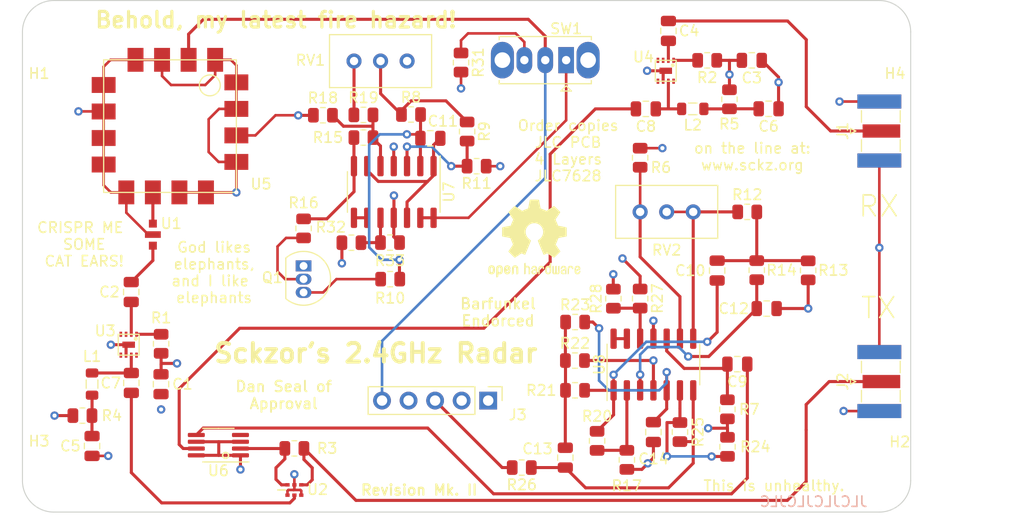
<source format=kicad_pcb>
(kicad_pcb (version 20211014) (generator pcbnew)
  (layers (0 "F.Cu" signal) (1 "In1.Cu" signal) (2 "In2.Cu" signal) (31 "B.Cu" signal) (34 "B.Paste" user) (35 "F.Paste" user) (36 "B.SilkS" user "B.Silkscreen") (37 "F.SilkS" user "F.Silkscreen") (38 "B.Mask" user) (39 "F.Mask" user) (44 "Edge.Cuts" user))
  (net 0 "")
  (net 1 "Earth")
  (net 2 "+5V")
  (net 3 "Net-(C2-Pad1)")
  (net 4 "Net-(C2-Pad2)")
  (net 5 "Net-(C4-Pad1)")
  (net 6 "Net-(C4-Pad2)")
  (net 7 "Net-(C5-Pad2)")
  (net 8 "Net-(C6-Pad2)")
  (net 9 "Net-(C7-Pad1)")
  (net 10 "Net-(C7-Pad2)")
  (net 11 "Net-(C8-Pad1)")
  (net 12 "Net-(C8-Pad2)")
  (net 13 "Net-(C9-Pad1)")
  (net 14 "Net-(C9-Pad2)")
  (net 15 "Net-(C10-Pad1)")
  (net 16 "Net-(C10-Pad2)")
  (net 17 "Net-(C11-Pad2)")
  (net 18 "Net-(C12-Pad1)")
  (net 19 "Net-(C13-Pad1)")
  (net 20 "Net-(C13-Pad2)")
  (net 21 "Net-(C14-Pad1)")
  (net 22 "Net-(AE1-Pad2)")
  (net 23 "Net-(J2-Pad1)")
  (net 24 "Net-(AE2-Pad2)")
  (net 25 "Net-(R1-Pad2)")
  (net 26 "Net-(R2-Pad2)")
  (net 27 "Net-(J3-Pad3)")
  (net 28 "Net-(R6-Pad2)")
  (net 29 "Net-(R12-Pad1)")
  (net 30 "Net-(J3-Pad5)")
  (net 31 "Net-(R17-Pad2)")
  (net 32 "Net-(R24-Pad2)")
  (net 33 "Net-(U1-Pad1)")
  (net 34 "Net-(R27-Pad2)")
  (net 43 "Net-(U8-Pad13)")
  (net 45 "Net-(R3-Pad1)")
  (net 47 "Net-(R31-Pad1)")
  (net 48 "Net-(C11-Pad1)")
  (net 49 "Net-(R10-Pad1)")
  (net 50 "Net-(R16-Pad1)")
  (net 51 "Net-(R8-Pad1)")
  (net 52 "Net-(R11-Pad2)")
  (net 53 "Net-(R15-Pad1)")
  (net 54 "Net-(R15-Pad2)")
  (net 55 "Net-(R32-Pad2)")
  (net 56 "Net-(U7-Pad8)")
  (net 57 "Net-(U7-Pad13)")
  (footprint "Capacitor_SMD:C_0805_2012Metric" (layer "F.Cu") (at 59.0325 33.1975)
    (fp_text reference "C11")
    (fp_text value "8 nF")
  )
  (footprint "Package_SO:MSOP-8_3x3mm_P0.65mm" (layer "F.Cu") (at 38.75 62.59 180)
    (fp_text reference "U6")
    (fp_text value "HMC213B")
  )
  (footprint "Package_SO:SOIC-14_3.9x8.7mm_P1.27mm" (layer "F.Cu") (at 80.38 54.8675 90)
    (fp_text reference "U8")
    (fp_text value "LMC6484")
  )
  (footprint "Resistor_SMD:R_0805_2012Metric" (layer "F.Cu") (at 55.1925 46.6875)
    (fp_text reference "R10")
    (fp_text value "51.1k")
  )
  (footprint "Symbol:OSHW-Logo2_9.8x8mm_SilkScreen" (layer "F.Cu") (at 68.99 42.79)
    (fp_text reference "REF**" hide)
    (fp_text value "OSHW-Logo2_9.8x8mm_SilkScreen" hide)
  )
  (footprint "MountingHole:MountingHole_2.7mm" (layer "F.Cu") (at 102 23)
    (fp_text reference "H4")
    (fp_text value "MountingHole")
  )
  (footprint "Resistor_SMD:R_0805_2012Metric" (layer "F.Cu") (at 61.97 25.94 -90)
    (fp_text reference "R31")
    (fp_text value "100k")
  )
  (footprint "Capacitor_SMD:C_0805_2012Metric" (layer "F.Cu") (at 81.8175 22.91 -90)
    (fp_text reference "C4")
    (fp_text value "100 nF")
  )
  (footprint "Resistor_SMD:R_0805_2012Metric" (layer "F.Cu") (at 63.4625 35.8675 180)
    (fp_text reference "R11")
    (fp_text value "51.1k")
  )
  (footprint "Resistor_SMD:R_0805_2012Metric" (layer "F.Cu") (at 67.78 64.7375 180)
    (fp_text reference "R26")
    (fp_text value "47k")
  )
  (footprint "Capacitor_SMD:C_0805_2012Metric" (layer "F.Cu") (at 30.41 47.92 -90)
    (fp_text reference "C2")
    (fp_text value "100 nF")
  )
  (footprint "Resistor_SMD:R_0805_2012Metric" (layer "F.Cu") (at 62.5525 32.5475 -90)
    (fp_text reference "R9")
    (fp_text value "51.1k")
  )
  (footprint "Resistor_SMD:R_0805_2012Metric" (layer "F.Cu") (at 79.11 35.0575 -90)
    (fp_text reference "R6")
    (fp_text value "220")
  )
  (footprint "Capacitor_SMD:C_0805_2012Metric" (layer "F.Cu") (at 88.41 54.8275 180)
    (fp_text reference "C9")
    (fp_text value "1 uF")
  )
  (footprint "MountingHole:MountingHole_2.7mm" (layer "F.Cu") (at 23 23)
    (fp_text reference "H1")
    (fp_text value "MountingHole")
  )
  (footprint "Potentiometer_THT:Potentiometer_Bourns_3296W_Vertical" (layer "F.Cu") (at 56.81 25.7975)
    (fp_text reference "RV1")
    (fp_text value "100k")
  )
  (footprint "Resistor_SMD:R_0805_2012Metric" (layer "F.Cu") (at 90.27 45.8275 -90)
    (fp_text reference "R14")
    (fp_text value "7.15k")
  )
  (footprint "Resistor_SMD:R_0805_2012Metric" (layer "F.Cu") (at 55.1725 43.1875)
    (fp_text reference "R33")
    (fp_text value "10k")
  )
  (footprint "RadarProject:PDW06398" (layer "F.Cu") (at 46.6825 67.38125 180)
    (fp_text reference "U2")
    (fp_text value "PD2328J5050S2HF")
  )
  (footprint "RadarProject:BGU8052" (layer "F.Cu") (at 82.5625 25.73 -90)
    (fp_text reference "U4")
    (fp_text value "BGU8052")
  )
  (footprint "Package_TO_SOT_THT:TO-92L_Inline" (layer "F.Cu") (at 46.9025 45.42 -90)
    (fp_text reference "Q1")
    (fp_text value "Q_NPN_BCE")
  )
  (footprint "Resistor_SMD:R_0805_2012Metric" (layer "F.Cu") (at 95.19 45.8475 -90)
    (fp_text reference "R13")
    (fp_text value "102k")
  )
  (footprint "Capacitor_SMD:C_0805_2012Metric" (layer "F.Cu") (at 80.38 61.3375 -90)
    (fp_text reference "C14")
    (fp_text value "1 nF")
  )
  (footprint "Connector_Coaxial:SMA_Samtec_SMA-J-P-X-ST-EM1_EdgeMount" (layer "F.Cu") (at 102 56.5 90)
    (fp_text reference "J2")
    (fp_text value "Conn_Coaxial")
  )
  (footprint "Connector_Coaxial:SMA_Samtec_SMA-J-P-X-ST-EM1_EdgeMount" (layer "F.Cu") (at 102 32.5 90)
    (fp_text reference "J1")
    (fp_text value "Conn_Coaxial")
  )
  (footprint "Resistor_SMD:R_0805_2012Metric" (layer "F.Cu") (at 85.5275 25.73 180)
    (fp_text reference "R2")
    (fp_text value "5.1 k")
  )
  (footprint "Resistor_SMD:R_0805_2012Metric" (layer "F.Cu") (at 89.36 40.2475)
    (fp_text reference "R12")
    (fp_text value "8.45k")
  )
  (footprint "Resistor_SMD:R_0805_2012Metric" (layer "F.Cu") (at 87.47 62.75 -90)
    (fp_text reference "R24")
    (fp_text value "1.62k")
  )
  (footprint "Resistor_SMD:R_0805_2012Metric" (layer "F.Cu") (at 25.74 59.76)
    (fp_text reference "R4")
    (fp_text value "10")
  )
  (footprint "Connector_PinHeader_2.54mm:PinHeader_1x05_P2.54mm_Vertical" (layer "F.Cu") (at 64.57 58.32 -90)
    (fp_text reference "J3")
    (fp_text value "Conn_01x05")
  )
  (footprint "Capacitor_SMD:C_0805_2012Metric" (layer "F.Cu") (at 91.4075 30.37 180)
    (fp_text reference "C6")
    (fp_text value "10 pF")
  )
  (footprint "Resistor_SMD:R_0805_2012Metric" (layer "F.Cu") (at 46.9025 41.8275 90)
    (fp_text reference "R16")
    (fp_text value "200k")
  )
  (footprint "Package_SO:SOIC-14_3.9x8.7mm_P1.27mm" (layer "F.Cu") (at 55.5325 38.3375 -90)
    (fp_text reference "U7")
    (fp_text value "LMC6484")
  )
  (footprint "Capacitor_SMD:C_0805_2012Metric" (layer "F.Cu") (at 91.22 49.5075)
    (fp_text reference "C12")
    (fp_text value "1 nF")
  )
  (footprint "Resistor_SMD:R_0805_2012Metric" (layer "F.Cu") (at 52.6325 33.1275 180)
    (fp_text reference "R15")
    (fp_text value "1k")
  )
  (footprint "Resistor_SMD:R_0805_2012Metric" (layer "F.Cu") (at 48.7525 30.9875)
    (fp_text reference "R18")
    (fp_text value "100k")
  )
  (footprint "Resistor_SMD:R_0805_2012Metric" (layer "F.Cu") (at 51.4825 43.1975)
    (fp_text reference "R32")
    (fp_text value "10k")
  )
  (footprint "Capacitor_SMD:C_0805_2012Metric" (layer "F.Cu") (at 30.42 56.63 -90)
    (fp_text reference "C7")
    (fp_text value "100 nF")
  )
  (footprint "Resistor_SMD:R_0805_2012Metric" (layer "F.Cu") (at 77.84 63.9975 90)
    (fp_text reference "R17")
    (fp_text value "12.1k")
  )
  (footprint "Resistor_SMD:R_0805_2012Metric" (layer "F.Cu") (at 74.99 62.1775 90)
    (fp_text reference "R20")
    (fp_text value "1k")
  )
  (footprint "Resistor_SMD:R_0805_2012Metric" (layer "F.Cu") (at 72.87 54.4875)
    (fp_text reference "R22")
    (fp_text value "102k")
  )
  (footprint "Resistor_SMD:R_0805_2012Metric" (layer "F.Cu") (at 87.46 59.1575 90)
    (fp_text reference "R7")
    (fp_text value "10k")
  )
  (footprint "Inductor_SMD:L_0805_2012Metric" (layer "F.Cu") (at 84.1475 30.38 180)
    (fp_text reference "L2")
    (fp_text value "15 nH")
  )
  (footprint "Capacitor_SMD:C_0805_2012Metric" (layer "F.Cu") (at 89.7975 25.73 180)
    (fp_text reference "C3")
    (fp_text value "5.6 nF")
  )
  (footprint "Resistor_SMD:R_0805_2012Metric" (layer "F.Cu") (at 33.27 52.88 90)
    (fp_text reference "R1")
    (fp_text value "5.1 k")
  )
  (footprint "MountingHole:MountingHole_2.7mm" (layer "F.Cu") (at 23 66)
    (fp_text reference "H3")
    (fp_text value "MountingHole")
  )
  (footprint "Inductor_SMD:L_0805_2012Metric" (layer "F.Cu") (at 26.66 56.74 90)
    (fp_text reference "L1")
    (fp_text value "15 nH")
  )
  (footprint "Potentiometer_THT:Potentiometer_Bourns_3296W_Vertical" (layer "F.Cu") (at 79.11 40.2475 180)
    (fp_text reference "RV2")
    (fp_text value "10k")
  )
  (footprint "Resistor_SMD:R_0805_2012Metric" (layer "F.Cu") (at 57.1825 30.9175)
    (fp_text reference "R8")
    (fp_text value "100k")
  )
  (footprint "Resistor_SMD:R_0805_2012Metric" (layer "F.Cu") (at 82.92 61.3375 -90)
    (fp_text reference "R25")
    (fp_text value "1k")
  )
  (footprint "Resistor_SMD:R_0805_2012Metric" (layer "F.Cu") (at 79.11 48.5475 -90)
    (fp_text reference "R27")
    (fp_text value "10k")
  )
  (footprint "Capacitor_SMD:C_0805_2012Metric" (layer "F.Cu") (at 86.48 45.8675 90)
    (fp_text reference "C10")
    (fp_text value "1 nF")
  )
  (footprint "RadarProject:BGU8052" (layer "F.Cu") (at 31.165 51.97 -90)
    (fp_text reference "U3")
    (fp_text value "BGU8052")
  )
  (footprint "RadarProject:CVCO55CC-2230-2430" (layer "F.Cu") (at 40.47 38.38 180)
    (fp_text reference "U5")
    (fp_text value "CVCO55CC-2230-2430")
  )
  (footprint "Resistor_SMD:R_0805_2012Metric" (layer "F.Cu") (at 52.63 30.9575)
    (fp_text reference "R19")
    (fp_text value "100k")
  )
  (footprint "Resistor_SMD:R_0805_2012Metric" (layer "F.Cu") (at 72.89 50.7975)
    (fp_text reference "R23")
    (fp_text value "7.15k")
  )
  (footprint "Capacitor_SMD:C_0805_2012Metric" (layer "F.Cu") (at 79.6575 30.38 180)
    (fp_text reference "C8")
    (fp_text value "100 nF")
  )
  (footprint "RadarProject:TFA20C03DBER" (layer "F.Cu") (at 32.48 41.37 -90)
    (fp_text reference "U1")
    (fp_text value "AT0603T03ECATD")
  )
  (footprint "Capacitor_SMD:C_0805_2012Metric" (layer "F.Cu") (at 26.66 62.67 90)
    (fp_text reference "C5")
    (fp_text value "10 pF")
  )
  (footprint "Button_Switch_THT:SW_Slide_1P2T_CK_OS102011MS2Q" (layer "F.Cu") (at 72.03 25.71 180)
    (fp_text reference "SW1")
    (fp_text value "SW_SPDT")
  )
  (footprint "Capacitor_SMD:C_0805_2012Metric" (layer "F.Cu") (at 71.95 63.7875 90)
    (fp_text reference "C13")
    (fp_text value "1 nF")
  )
  (footprint "Capacitor_SMD:C_0805_2012Metric" (layer "F.Cu") (at 33.26 56.75 90)
    (fp_text reference "C1")
    (fp_text value "5.6 nF")
  )
  (footprint "MountingHole:MountingHole_2.7mm" (layer "F.Cu") (at 102 66)
    (fp_text reference "H2")
    (fp_text value "MountingHole")
  )
  (footprint "Resistor_SMD:R_0805_2012Metric" (layer "F.Cu") (at 87.6575 29.46 -90)
    (fp_text reference "R5")
    (fp_text value "10")
  )
  (footprint "Resistor_SMD:R_0805_2012Metric" (layer "F.Cu") (at 46.0225 62.90125)
    (fp_text reference "R3")
    (fp_text value "100")
  )
  (footprint "Resistor_SMD:R_0805_2012Metric" (layer "F.Cu") (at 72.88 57.3375 180)
    (fp_text reference "R21")
    (fp_text value "8.45k")
  )
  (footprint "Resistor_SMD:R_0805_2012Metric" (layer "F.Cu") (at 76.55 48.5575 90)
    (fp_text reference "R28")
    (fp_text value "10k")
  )
  (gr_circle (center 39.44 63.57) (end 39.69 63.7) (layer "F.SilkS") (width 0.15) (fill none))
  (gr_circle (center 30.84 52.41) (end 30.87 52.43) (layer "F.SilkS") (width 0.15) (fill none))
  (gr_circle (center 82.23 26.21) (end 82.26 26.21) (layer "F.SilkS") (width 0.15) (fill none))
  (gr_line (start 45.16 66.88) (end 44.44 66.88) (layer "F.SilkS") (width 0.15))
  (gr_line (start 102 20) (end 23 20) (layer "Edge.Cuts") (width 0.1))
  (gr_arc (start 102 20) (mid 104.12132 20.87868) (end 105 23) (layer "Edge.Cuts") (width 0.1))
  (gr_arc (start 23 69) (mid 20.87868 68.12132) (end 20 66) (layer "Edge.Cuts") (width 0.1))
  (gr_line (start 105 23) (end 105 66) (layer "Edge.Cuts") (width 0.1))
  (gr_line (start 23 69) (end 102 69) (layer "Edge.Cuts") (width 0.1))
  (gr_arc (start 105 66) (mid 104.12132 68.12132) (end 102 69) (layer "Edge.Cuts") (width 0.1))
  (gr_line (start 20 23) (end 20 66) (layer "Edge.Cuts") (width 0.1))
  (gr_arc (start 20 23) (mid 20.87868 20.87868) (end 23 20) (layer "Edge.Cuts") (width 0.1))
  (gr_text "JLCJLCJLCJLC" (at 95.71 68) (layer "B.SilkS") (effects (font (size 1 1)) (justify mirror)))
  (gr_text "Revision Mk. II" (at 57.96 66.89) (layer "F.SilkS") (effects (font (size 1 1) (thickness 0.2))))
  (gr_text "CRISPR ME \nSOME\nCAT EARS!" (at 25.91 43.36) (layer "F.SilkS") (effects (font (size 1 1))))
  (gr_text "Sckzor's 2.4GHz Radar" (at 53.82 53.78) (layer "F.SilkS") (effects (font (size 1.778 1.778) (thickness 0.381))))
  (gr_text "This is unhealthy." (at 91.92 66.48) (layer "F.SilkS") (effects (font (size 1 1))))
  (gr_text "Behold, my latest fire hazard!" (at 44.26 21.86) (layer "F.SilkS") (effects (font (size 1.5 1.5) (thickness 0.3))))
  (gr_text "God likes\nelephants,\nand I like \nelephants\n" (at 38.34 46.05) (layer "F.SilkS") (effects (font (size 1 1))))
  (gr_text "on the line at:\nwww.sckz.org" (at 89.85 34.95) (layer "F.SilkS") (effects (font (size 1 1))))
  (gr_text "Barfunkel\nEndorced" (at 65.51 49.86) (layer "F.SilkS") (effects (font (size 1.016 1.016) (thickness 0.1778))))
  (gr_text "TX" (at 101.94 49.44) (layer "F.SilkS") (effects (font (size 2 2))))
  (gr_text "RX" (at 101.94 39.7) (layer "F.SilkS") (effects (font (size 2 2))))
  (gr_text "Dan Seal of\nApproval" (at 45 57.79) (layer "F.SilkS") (effects (font (size 1.016 1.016) (thickness 0.1778))))
  (gr_text "Order copies\nJLC PCB\n4 Layers\nJLC7628" (at 72.22 34.39) (layer "F.SilkS") (effects (font (size 1 1))))
  (segment (start 38.44 25.68) (end 39.94 25.68) (width 0.25) (layer "F.Cu") (net 1))
  (segment (start 76.54 47.635) (end 76.55 47.645) (width 0.25) (layer "F.Cu") (net 1))
  (segment (start 28.46 52.97) (end 30.165 52.97) (width 0.293) (layer "F.Cu") (net 1))
  (segment (start 29.94 40.3225) (end 29.94 38.38) (width 0.25) (layer "F.Cu") (net 1))
  (segment (start 27.76 30.62) (end 27.77 30.63) (width 0.25) (layer "F.Cu") (net 1))
  (segment (start 46.5975 66.88125) (end 45.9475 66.88125) (width 0.25) (layer "F.Cu") (net 1))
  (segment (start 92.3575 27.83) (end 92.3575 30.37) (width 0.293) (layer "F.Cu") (net 1))
  (segment (start 51.73 30.945) (end 51.73 25.7975) (width 0.293) (layer "F.Cu") (net 1))
  (segment (start 45.3625 66.96625) (end 45.4475 66.88125) (width 0.25) (layer "F.Cu") (net 1))
  (segment (start 46.02 65.38) (end 46.02 66.38875) (width 0.25) (layer "F.Cu") (net 1))
  (segment (start 25.36 30.62) (end 27.76 30.62) (width 0.25) (layer "F.Cu") (net 1))
  (segment (start 29.915 53.97) (end 29.915 53.22) (width 0.293) (layer "F.Cu") (net 1))
  (segment (start 33.36 25.68) (end 33.36 27.23) (width 0.25) (layer "F.Cu") (net 1))
  (segment (start 27.77 35.71) (end 27.77 33.17) (width 0.25) (layer "F.Cu") (net 1))
  (segment (start 46.6825 66.96625) (end 46.5975 66.88125) (width 0.25) (layer "F.Cu") (net 1))
  (segment (start 55.55 38.68) (end 55.55 40.795) (width 0.293) (layer "F.Cu") (net 1))
  (segment (start 46.02 66.38875) (end 46.0225 66.39125) (width 0.25) (layer "F.Cu") (net 1))
  (segment (start 40.47 27.84) (end 40.47 30.38) (width 0.25) (layer "F.Cu") (net 1))
  (segment (start 65.72 35.87) (end 64.3775 35.87) (width 0.25) (layer "F.Cu") (net 1))
  (segment (start 38.77 35.46) (end 37.82 34.51) (width 0.25) (layer "F.Cu") (net 1))
  (segment (start 56.07 43.2025) (end 56.085 43.1875) (width 0.25) (layer "F.Cu") (net 1))
  (segment (start 28.46 38.38) (end 27.77 37.69) (width 0.25) (layer "F.Cu") (net 1))
  (segment (start 45.4475 66.88125) (end 45.9475 66.88125) (width 0.25) (layer "F.Cu") (net 1))
  (segment (start 27.77 37.69) (end 27.77 35.71) (width 0.25) (layer "F.Cu") (net 1))
  (segment (start 76.54 46.22) (end 76.54 47.635) (width 0.293) (layer "F.Cu") (net 1))
  (segment (start 92.3575 27.83) (end 92.3575 27.34) (width 0.293) (layer "F.Cu") (net 1))
  (segment (start 27.77 28.09) (end 27.77 30.63) (width 0.25) (layer "F.Cu") (net 1))
  (segment (start 34.22 28.09) (end 37.5 28.09) (width 0.25) (layer "F.Cu") (net 1))
  (segment (start 46.6825 67.38125) (end 46.6825 66.96625) (width 0.25) (layer "F.Cu") (net 1))
  (segment (start 39.94 25.68) (end 40.47 26.21) (width 0.25) (layer "F.Cu") (net 1))
  (segment (start 80.38 50.67) (end 80.38 52.3925) (width 0.293) (layer "F.Cu") (net 1))
  (segment (start 36.6375 62.265) (end 38.785 62.265) (width 0.293) (layer "F.Cu") (net 1))
  (segment (start 38.785 62.265) (end 40.8625 62.265) (width 0.293) (layer "F.Cu") (net 1))
  (segment (start 51.7175 30.9575) (end 51.73 30.945) (width 0.25) (layer "F.Cu") (net 1))
  (segment (start 64.3775 35.87) (end 64.375 35.8675) (width 0.25) (layer "F.Cu") (net 1))
  (segment (start 81.3125 27.73) (end 81.3125 26.98) (width 0.293) (layer "F.Cu") (net 1))
  (segment (start 64.56 58.31) (end 64.57 58.32) (width 0.25) (layer "F.Cu") (net 1))
  (segment (start 38.44 27.15) (end 38.44 25.68) (width 0.25) (layer "F.Cu") (net 1))
  (segment (start 32.48 42.42) (end 32.0375 42.42) (width 0.25) (layer "F.Cu") (net 1))
  (segment (start 37.56 38.38) (end 35.02 38.38) (width 0.25) (layer "F.Cu") (net 1))
  (segment (start 46.0225 66.6125) (end 46.0225 66.39125) (width 0.25) (layer "F.Cu") (net 1))
  (segment (start 40.47 26.21) (end 40.47 27.84) (width 0.25) (layer "F.Cu") (net 1))
  (segment (start 55.5325 40.8125) (end 55.5325 42.635) (width 0.293) (layer "F.Cu") (net 1))
  (segment (start 36.6375 63.565) (end 38.785 63.565) (width 0.293) (layer "F.Cu") (net 1))
  (segment (start 27.77 26.34) (end 28.43 25.68) (width 0.25) (layer "F.Cu") (net 1))
  (segment (start 79.7775 26.73) (end 79.8125 26.73) (width 0.25) (layer "F.Cu") (net 1))
  (segment (start 61.97 26.8525) (end 61.97 28.42) (width 0.25) (layer "F.Cu") (net 1))
  (segment (start 38.785 63.565) (end 40.8625 63.565) (width 0.293) (layer "F.Cu") (net 1))
  (segment (start 28.21 63.62) (end 26.66 63.62) (width 0.25) (layer "F.Cu") (net 1))
  (segment (start 55.55 40.795) (end 55.5325 40.8125) (width 0.25) (layer "F.Cu") (net 1))
  (segment (start 81.3125 26.98) (end 81.5625 26.73) (width 0.25) (layer "F.Cu") (net 1))
  (segment (start 55.5325 42.635) (end 56.085 43.1875) (width 0.293) (layer "F.Cu") (net 1))
  (segment (start 40.47 38.38) (end 40.47 35.46) (width 0.25) (layer "F.Cu") (net 1))
  (segment (start 37.5 28.09) (end 38.44 27.15) (width 0.25) (layer "F.Cu") (net 1))
  (segment (start 28.43 25.68) (end 30.82 25.68) (width 0.25) (layer "F.Cu") (net 1))
  (segment (start 38.785 62.265) (end 38.785 63.565) (width 0.293) (layer "F.Cu") (net 1))
  (segment (start 37.82 34.51) (end 37.82 31.37) (width 0.25) (layer "F.Cu") (net 1))
  (segment (start 45.3625 67.38125) (end 45.3625 66.96625) (width 0.25) (layer "F.Cu") (net 1))
  (segment (start 32.0375 42.42) (end 29.94 40.3225) (width 0.25) (layer "F.Cu") (net 1))
  (segment (start 33.36 27.23) (end 34.22 28.09) (width 0.25) (layer "F.Cu") (net 1))
  (segment (start 64.375 35.8675) (end 64.37 35.8725) (width 0.25) (layer "F.Cu") (net 1))
  (segment (start 29.915 53.22) (end 30.165 52.97) (width 0.25) (layer "F.Cu") (net 1))
  (segment (start 27.77 33.17) (end 27.77 30.63) (width 0.25) (layer "F.Cu") (net 1))
  (segment (start 40.8625 63.565) (end 40.8625 64.9175) (width 0.293) (layer "F.Cu") (net 1))
  (segment (start 40.47 35.46) (end 38.77 35.46) (width 0.25) (layer "F.Cu") (net 1))
  (segment (start 45.9475 66.88125) (end 46.0225 66.80625) (width 0.25) (layer "F.Cu") (net 1))
  (segment (start 92.3575 27.34) (end 90.7475 25.73) (width 0.293) (layer "F.Cu") (net 1))
  (segment (start 38.81 30.38) (end 40.47 30.38) (width 0.25) (layer "F.Cu") (net 1))
  (segment (start 46.0225 66.80625) (end 46.0225 66.39125) (width 0.25) (layer "F.Cu") (net 1))
  (segment (start 29.94 38.38) (end 28.46 38.38) (width 0.25) (layer "F.Cu") (net 1))
  (segment (start 79.7775 26.73) (end 81.5625 26.73) (width 0.293) (layer "F.Cu") (net 1))
  (segment (start 40.8625 64.9175) (end 40.86 64.92) (width 0.25) (layer "F.Cu") (net 1))
  (segment (start 30.82 25.68) (end 33.36 25.68) (width 0.25) (layer "F.Cu") (net 1))
  (segment (start 40.47 38.38) (end 37.56 38.38) (width 0.25) (layer "F.Cu") (net 1))
  (segment (start 37.82 31.37) (end 38.81 30.38) (width 0.25) (layer "F.Cu") (net 1))
  (segment (start 27.77 28.09) (end 27.77 26.34) (width 0.25) (layer "F.Cu") (net 1))
  (via (at 61.97 28.42) (size 0.8) (drill 0.4) (layers "F.Cu" "B.Cu") (net 1))
  (via (at 28.46 52.97) (size 0.8) (drill 0.4) (layers "F.Cu" "B.Cu") (net 1))
  (via (at 33.27 59.17) (size 0.8) (drill 0.4) (layers "F.Cu" "B.Cu") (net 1))
  (via (at 92.3575 27.83) (size 0.8) (drill 0.4) (layers "F.Cu" "B.Cu") (net 1))
  (via (at 76.54 46.22) (size 0.8) (drill 0.4) (layers "F.Cu" "B.Cu") (net 1))
  (via (at 40.86 64.92) (size 0.8) (drill 0.4) (layers "F.Cu" "B.Cu") (net 1))
  (via (at 98.19 29.68) (size 0.8) (drill 0.4) (layers "F.Cu" "B.Cu") (net 1))
  (via (at 102 43.68) (size 0.8) (drill 0.4) (layers "F.Cu" "B.Cu") (net 1))
  (via (at 40.47 38.38) (size 0.8) (drill 0.4) (layers "F.Cu" "B.Cu") (net 1))
  (via (at 46.02 65.38) (size 0.8) (drill 0.4) (layers "F.Cu" "B.Cu") (net 1))
  (via (at 65.72 35.87) (size 0.8) (drill 0.4) (layers "F.Cu" "B.Cu") (net 1))
  (via (at 25.36 30.62) (size 0.8) (drill 0.4) (layers "F.Cu" "B.Cu") (net 1))
  (via (at 80.38 50.67) (size 0.8) (drill 0.4) (layers "F.Cu" "B.Cu") (net 1))
  (via (at 55.55 38.68) (size 0.8) (drill 0.4) (layers "F.Cu" "B.Cu") (net 1))
  (via (at 28.21 63.62) (size 0.8) (drill 0.4) (layers "F.Cu" "B.Cu") (net 1))
  (via (at 98.58 59.32) (size 0.8) (drill 0.4) (layers "F.Cu" "B.Cu") (net 1))
  (via (at 79.7775 26.73) (size 0.8) (drill 0.4) (layers "F.Cu" "B.Cu") (net 1))
  (segment (start 92.1775 49.5) (end 92.17 49.5075) (width 0.25) (layer "F.Cu") (net 2))
  (segment (start 87.6575 27.09) (end 87.6575 25.74) (width 0.293) (layer "F.Cu") (net 2))
  (segment (start 86.44 25.73) (end 87.6475 25.73) (width 0.293) (layer "F.Cu") (net 2))
  (segment (start 87.6575 27.09) (end 87.6575 28.5675) (width 0.293) (layer "F.Cu") (net 2))
  (segment (start 73.79 54.48) (end 73.7825 54.4875) (width 0.25) (layer "F.Cu") (net 2))
  (segment (start 55.53 35.86) (end 55.5325 35.8625) (width 0.25) (layer "F.Cu") (net 2))
  (segment (start 46.38 30.99) (end 46.39 31) (width 0.25) (layer "F.Cu") (net 2))
  (segment (start 80.38 63.8075) (end 79.2775 64.91) (width 0.293) (layer "F.Cu") (net 2))
  (segment (start 40.47 32.92) (end 42.29 32.92) (width 0.25) (layer "F.Cu") (net 2))
  (segment (start 33.27 53.7925) (end 33.27 54.85) (width 0.293) (layer "F.Cu") (net 2))
  (segment (start 81.24 34.14) (end 79.115 34.14) (width 0.25) (layer "F.Cu") (net 2))
  (segment (start 87.47 60.97) (end 87.47 61.8375) (width 0.293) (layer "F.Cu") (net 2))
  (segment (start 87.46 60.96) (end 87.47 60.97) (width 0.25) (layer "F.Cu") (net 2))
  (segment (start 80.38 54.48) (end 73.79 54.48) (width 0.293) (layer "F.Cu") (net 2))
  (segment (start 33.36 54.76) (end 33.27 54.85) (width 0.25) (layer "F.Cu") (net 2))
  (segment (start 80.38 57.3425) (end 80.38 54.48) (width 0.293) (layer "F.Cu") (net 2))
  (segment (start 77.42 44.71) (end 79.11 46.4) (width 0.293) (layer "F.Cu") (net 2))
  (segment (start 79.11 46.4) (end 79.11 47.635) (width 0.293) (layer "F.Cu") (net 2))
  (segment (start 87.6575 25.74) (end 87.6475 25.73) (width 0.25) (layer "F.Cu") (net 2))
  (segment (start 85.62 60.97) (end 87.47 60.97) (width 0.293) (layer "F.Cu") (net 2))
  (segment (start 79.2775 64.91) (end 77.84 64.91) (width 0.293) (layer "F.Cu") (net 2))
  (segment (start 34.79 54.76) (end 33.36 54.76) (width 0.293) (layer "F.Cu") (net 2))
  (segment (start 95.19 49.5) (end 95.19 46.76) (width 0.293) (layer "F.Cu") (net 2))
  (segment (start 46.39 31) (end 47.8275 31) (width 0.293) (layer "F.Cu") (net 2))
  (segment (start 80.38 62.2875) (end 80.38 63.8075) (width 0.293) (layer "F.Cu") (net 2))
  (segment (start 33.27 55.79) (end 33.26 55.8) (width 0.25) (layer "F.Cu") (net 2))
  (segment (start 44.22 30.99) (end 46.38 30.99) (width 0.25) (layer "F.Cu") (net 2))
  (segment (start 87.6475 25.73) (end 88.8475 25.73) (width 0.293) (layer "F.Cu") (net 2))
  (segment (start 95.19 49.5) (end 92.1775 49.5) (width 0.293) (layer "F.Cu") (net 2))
  (segment (start 23.07 59.76) (end 24.8275 59.76) (width 0.293) (layer "F.Cu") (net 2))
  (segment (start 33.27 54.85) (end 33.27 55.79) (width 0.293) (layer "F.Cu") (net 2))
  (segment (start 87.46 60.07) (end 87.46 60.96) (width 0.293) (layer "F.Cu") (net 2))
  (segment (start 79.115 34.14) (end 79.11 34.145) (width 0.25) (layer "F.Cu") (net 2))
  (segment (start 42.29 32.92) (end 44.22 30.99) (width 0.25) (layer "F.Cu") (net 2))
  (segment (start 50.57 45.17) (end 50.57 43.1975) (width 0.293) (layer "F.Cu") (net 2))
  (segment (start 55.53 34) (end 55.53 35.86) (width 0.293) (layer "F.Cu") (net 2))
  (segment (start 47.8275 31) (end 47.84 30.9875) (width 0.25) (layer "F.Cu") (net 2))
  (via (at 77.42 44.71) (size 0.8) (drill 0.4) (layers "F.Cu" "B.Cu") (net 2))
  (via (at 80.38 54.48) (size 0.8) (drill 0.4) (layers "F.Cu" "B.Cu") (net 2))
  (via (at 55.53 34) (size 0.8) (drill 0.4) (layers "F.Cu" "B.Cu") (net 2))
  (via (at 50.57 45.17) (size 0.8) (drill 0.4) (layers "F.Cu" "B.Cu") (net 2))
  (via (at 85.62 60.97) (size 0.8) (drill 0.4) (layers "F.Cu" "B.Cu") (net 2))
  (via (at 81.24 34.14) (size 0.8) (drill 0.4) (layers "F.Cu" "B.Cu") (net 2))
  (via (at 95.19 49.5) (size 0.8) (drill 0.4) (layers "F.Cu" "B.Cu") (net 2))
  (via (at 46.39 31) (size 0.8) (drill 0.4) (layers "F.Cu" "B.Cu") (net 2))
  (via (at 87.6575 27.09) (size 0.8) (drill 0.4) (layers "F.Cu" "B.Cu") (net 2))
  (via (at 34.79 54.76) (size 0.8) (drill 0.4) (layers "F.Cu" "B.Cu") (net 2))
  (via (at 23.07 59.76) (size 0.8) (drill 0.4) (layers "F.Cu" "B.Cu") (net 2))
  (via (at 79.84 64.33) (size 0.8) (drill 0.4) (layers "F.Cu" "B.Cu") (net 2))
  (segment (start 32.48 44.9) (end 30.41 46.97) (width 0.293) (layer "F.Cu") (net 3))
  (segment (start 32.48 43.48) (end 32.48 44.9) (width 0.293) (layer "F.Cu") (net 3))
  (segment (start 30.415 51.97) (end 30.415 48.875) (width 0.293) (layer "F.Cu") (net 4))
  (segment (start 30.415 48.875) (end 30.41 48.87) (width 0.25) (layer "F.Cu") (net 4))
  (segment (start 81.8175 21.96) (end 93.22 21.96) (width 0.293) (layer "F.Cu") (net 5))
  (segment (start 95.01 30.17) (end 97.34 32.5) (width 0.293) (layer "F.Cu") (net 5))
  (segment (start 97.34 32.5) (end 102 32.5) (width 0.293) (layer "F.Cu") (net 5))
  (segment (start 95.01 23.75) (end 95.01 30.17) (width 0.293) (layer "F.Cu") (net 5))
  (segment (start 93.22 21.96) (end 95.01 23.75) (width 0.293) (layer "F.Cu") (net 5))
  (segment (start 81.8125 23.865) (end 81.8175 23.86) (width 0.25) (layer "F.Cu") (net 6))
  (segment (start 81.8125 25.73) (end 81.8125 23.865) (width 0.293) (layer "F.Cu") (net 6))
  (segment (start 26.66 57.8025) (end 26.66 59.7525) (width 0.293) (layer "F.Cu") (net 7))
  (segment (start 26.6525 61.7125) (end 26.66 61.72) (width 0.25) (layer "F.Cu") (net 7))
  (segment (start 26.6525 59.76) (end 26.6525 61.7125) (width 0.293) (layer "F.Cu") (net 7))
  (segment (start 26.66 59.7525) (end 26.6525 59.76) (width 0.25) (layer "F.Cu") (net 7))
  (segment (start 87.66 30.37) (end 87.6575 30.3725) (width 0.25) (layer "F.Cu") (net 8))
  (segment (start 85.21 30.38) (end 87.65 30.38) (width 0.293) (layer "F.Cu") (net 8))
  (segment (start 87.65 30.38) (end 87.6575 30.3725) (width 0.25) (layer "F.Cu") (net 8))
  (segment (start 90.4575 30.37) (end 87.66 30.37) (width 0.293) (layer "F.Cu") (net 8))
  (segment (start 30.415 55.675) (end 30.42 55.68) (width 0.25) (layer "F.Cu") (net 9))
  (segment (start 30.415 53.97) (end 30.415 55.675) (width 0.293) (layer "F.Cu") (net 9))
  (segment (start 30.4175 55.6775) (end 30.42 55.68) (width 0.25) (layer "F.Cu") (net 9))
  (segment (start 26.66 55.6775) (end 30.4175 55.6775) (width 0.293) (layer "F.Cu") (net 9))
  (segment (start 46.0225 67.6875) (end 46.0225 67.38125) (width 0.293) (layer "F.Cu") (net 10))
  (segment (start 30.42 57.58) (end 30.42 65.22) (width 0.293) (layer "F.Cu") (net 10))
  (segment (start 33.32 68.12) (end 45.59 68.12) (width 0.293) (layer "F.Cu") (net 10))
  (segment (start 30.42 65.22) (end 33.32 68.12) (width 0.293) (layer "F.Cu") (net 10))
  (segment (start 45.59 68.12) (end 46.0225 67.6875) (width 0.293) (layer "F.Cu") (net 10))
  (segment (start 81.8175 30.38) (end 80.6075 30.38) (width 0.293) (layer "F.Cu") (net 11))
  (segment (start 83.085 30.38) (end 81.8175 30.38) (width 0.293) (layer "F.Cu") (net 11))
  (segment (start 81.8125 27.73) (end 81.8125 30.375) (width 0.293) (layer "F.Cu") (net 11))
  (segment (start 81.8175 30.38) (end 81.8125 30.375) (width 0.25) (layer "F.Cu") (net 11))
  (segment (start 70.5 45.05) (end 70.5 34.71) (width 0.293) (layer "F.Cu") (net 12))
  (segment (start 74.83 30.38) (end 78.7075 30.38) (width 0.293) (layer "F.Cu") (net 12))
  (segment (start 40.79 51.39) (end 64.16 51.39) (width 0.293) (layer "F.Cu") (net 12))
  (segment (start 35 62.53) (end 35 57.18) (width 0.293) (layer "F.Cu") (net 12))
  (segment (start 70.5 34.71) (end 74.83 30.38) (width 0.293) (layer "F.Cu") (net 12))
  (segment (start 35.385 62.915) (end 35 62.53) (width 0.293) (layer "F.Cu") (net 12))
  (segment (start 64.16 51.39) (end 70.5 45.05) (width 0.293) (layer "F.Cu") (net 12))
  (segment (start 36.6375 62.915) (end 35.385 62.915) (width 0.293) (layer "F.Cu") (net 12))
  (segment (start 35 57.18) (end 40.79 51.39) (width 0.293) (layer "F.Cu") (net 12))
  (segment (start 89.37 65.74) (end 89.37 54.8375) (width 0.293) (layer "F.Cu") (net 13))
  (segment (start 58.78 60.95) (end 65.08 67.25) (width 0.293) (layer "F.Cu") (net 13))
  (segment (start 89.37 54.8375) (end 89.36 54.8275) (width 0.25) (layer "F.Cu") (net 13))
  (segment (start 37.3025 60.95) (end 58.78 60.95) (width 0.293) (layer "F.Cu") (net 13))
  (segment (start 36.6375 61.615) (end 37.3025 60.95) (width 0.293) (layer "F.Cu") (net 13))
  (segment (start 65.08 67.25) (end 87.86 67.25) (width 0.293) (layer "F.Cu") (net 13))
  (segment (start 87.86 67.25) (end 89.37 65.74) (width 0.293) (layer "F.Cu") (net 13))
  (segment (start 87.46 54.8275) (end 87.0475 55.24) (width 0.293) (layer "F.Cu") (net 14))
  (segment (start 87.46 54.8275) (end 87.46 58.245) (width 0.293) (layer "F.Cu") (net 14))
  (segment (start 83.3225 55.24) (end 81.65 53.5675) (width 0.293) (layer "F.Cu") (net 14))
  (segment (start 87.0475 55.24) (end 83.3225 55.24) (width 0.293) (layer "F.Cu") (net 14))
  (segment (start 81.65 53.5675) (end 81.65 52.3925) (width 0.293) (layer "F.Cu") (net 14))
  (segment (start 76.57 55.8475) (end 76.57 57.3425) (width 0.25) (layer "F.Cu") (net 15))
  (segment (start 73.7925 57.3375) (end 76.565 57.3375) (width 0.293) (layer "F.Cu") (net 15))
  (segment (start 76.57 59.685) (end 76.57 57.3425) (width 0.293) (layer "F.Cu") (net 15))
  (segment (start 86.48 51.7675) (end 85.55 52.6975) (width 0.293) (layer "F.Cu") (net 15))
  (segment (start 76.565 57.3375) (end 76.57 57.3425) (width 0.25) (layer "F.Cu") (net 15))
  (segment (start 86.48 46.8175) (end 86.48 51.7675) (width 0.293) (layer "F.Cu") (net 15))
  (segment (start 74.99 61.265) (end 76.57 59.685) (width 0.293) (layer "F.Cu") (net 15))
  (via (at 76.57 55.8475) (size 0.8) (drill 0.4) (layers "F.Cu" "B.Cu") (net 15))
  (via (at 85.53 52.6875) (size 0.8) (drill 0.4) (layers "F.Cu" "B.Cu") (net 15))
  (segment (start 85.53 52.6875) (end 79.7 52.6875) (width 0.25) (layer "B.Cu") (net 15))
  (segment (start 79.7 52.6875) (end 76.57 55.8175) (width 0.25) (layer "B.Cu") (net 15))
  (segment (start 86.48 44.9175) (end 90.2675 44.9175) (width 0.293) (layer "F.Cu") (net 16))
  (segment (start 95.17 44.915) (end 95.19 44.935) (width 0.25) (layer "F.Cu") (net 16))
  (segment (start 90.27 44.915) (end 90.27 40.25) (width 0.293) (layer "F.Cu") (net 16))
  (segment (start 90.2675 44.9175) (end 90.27 44.915) (width 0.25) (layer "F.Cu") (net 16))
  (segment (start 90.27 40.25) (end 90.2725 40.2475) (width 0.25) (layer "F.Cu") (net 16))
  (segment (start 90.27 44.915) (end 95.17 44.915) (width 0.293) (layer "F.Cu") (net 16))
  (segment (start 54.052843 37.33) (end 52.9925 36.269657) (width 0.293) (layer "F.Cu") (net 17))
  (segment (start 59.3425 36.7575) (end 58.77 37.33) (width 0.293) (layer "F.Cu") (net 17))
  (segment (start 58.77 37.33) (end 54.052843 37.33) (width 0.293) (layer "F.Cu") (net 17))
  (segment (start 52.9925 36.239251) (end 52.9925 35.8625) (width 0.25) (layer "F.Cu") (net 17))
  (segment (start 59.3425 33.8375) (end 59.9825 33.1975) (width 0.293) (layer "F.Cu") (net 17))
  (segment (start 59.3425 36.239251) (end 59.3425 36.7575) (width 0.293) (layer "F.Cu") (net 17))
  (segment (start 59.3425 35.8625) (end 59.3425 33.8375) (width 0.293) (layer "F.Cu") (net 17))
  (segment (start 59.3425 35.8625) (end 59.3425 36.239251) (width 0.25) (layer "F.Cu") (net 17))
  (segment (start 52.9925 36.269657) (end 52.9925 36.239251) (width 0.293) (layer "F.Cu") (net 17))
  (segment (start 56.8025 40.8125) (end 56.8025 39.2975) (width 0.293) (layer "F.Cu") (net 17))
  (segment (start 56.8025 39.2975) (end 58.77 37.33) (width 0.293) (layer "F.Cu") (net 17))
  (segment (start 90.27 49.5075) (end 85.68 54.0975) (width 0.293) (layer "F.Cu") (net 18))
  (segment (start 85.68 54.0975) (end 83.71 54.0975) (width 0.293) (layer "F.Cu") (net 18))
  (segment (start 90.27 46.74) (end 90.27 49.5075) (width 0.293) (layer "F.Cu") (net 18))
  (segment (start 79.11 55.8375) (end 79.11 57.3425) (width 0.293) (layer "F.Cu") (net 18))
  (via (at 79.11 55.8375) (size 0.8) (drill 0.4) (layers "F.Cu" "B.Cu") (net 18))
  (via (at 83.71 54.0975) (size 0.8) (drill 0.4) (layers "F.Cu" "B.Cu") (net 18))
  (segment (start 83.71 54.0975) (end 82.809448 53.196948) (width 0.25) (layer "B.Cu") (net 18))
  (segment (start 82.809448 53.196948) (end 79.826948 53.196948) (width 0.25) (layer "B.Cu") (net 18))
  (segment (start 79.11 53.913896) (end 79.11 55.8375) (width 0.25) (layer "B.Cu") (net 18))
  (segment (start 79.826948 53.196948) (end 79.11 53.913896) (width 0.25) (layer "B.Cu") (net 18))
  (segment (start 71.95 64.7375) (end 73.89 66.6775) (width 0.293) (layer "F.Cu") (net 19))
  (segment (start 84.19 64.3175) (end 84.19 62.2375) (width 0.293) (layer "F.Cu") (net 19))
  (segment (start 68.6925 64.7375) (end 71.95 64.7375) (width 0.293) (layer "F.Cu") (net 19))
  (segment (start 84.19 62.2375) (end 84.19 57.3425) (width 0.293) (layer "F.Cu") (net 19))
  (segment (start 82.92 62.25) (end 84.1775 62.25) (width 0.293) (layer "F.Cu") (net 19))
  (segment (start 73.89 66.6775) (end 81.83 66.6775) (width 0.293) (layer "F.Cu") (net 19))
  (segment (start 84.1775 62.25) (end 84.19 62.2375) (width 0.25) (layer "F.Cu") (net 19))
  (segment (start 81.83 66.6775) (end 84.19 64.3175) (width 0.293) (layer "F.Cu") (net 19))
  (segment (start 71.9675 54.4975) (end 71.9575 54.4875) (width 0.25) (layer "F.Cu") (net 20))
  (segment (start 71.95 57.355) (end 71.9675 57.3375) (width 0.25) (layer "F.Cu") (net 20))
  (segment (start 71.9675 57.3375) (end 71.9675 54.4975) (width 0.293) (layer "F.Cu") (net 20))
  (segment (start 71.95 62.8375) (end 71.95 57.355) (width 0.293) (layer "F.Cu") (net 20))
  (segment (start 71.9575 50.8175) (end 71.9775 50.7975) (width 0.25) (layer "F.Cu") (net 20))
  (segment (start 71.9575 54.4875) (end 71.9575 50.8175) (width 0.293) (layer "F.Cu") (net 20))
  (segment (start 73.8025 50.7975) (end 74.58 50.7975) (width 0.293) (layer "F.Cu") (net 21))
  (segment (start 81.65 55.5975) (end 81.65 57.3425) (width 0.293) (layer "F.Cu") (net 21))
  (segment (start 80.38 60.3875) (end 81.65 59.1175) (width 0.293) (layer "F.Cu") (net 21))
  (segment (start 74.58 50.7975) (end 75.18 51.3975) (width 0.293) (layer "F.Cu") (net 21))
  (segment (start 81.65 59.1175) (end 81.65 57.3425) (width 0.293) (layer "F.Cu") (net 21))
  (via (at 75.18 51.3975) (size 0.8) (drill 0.4) (layers "F.Cu" "B.Cu") (net 21))
  (via (at 81.65 55.5975) (size 0.8) (drill 0.4) (layers "F.Cu" "B.Cu") (net 21))
  (segment (start 76.11 57.3375) (end 80.9325 57.3375) (width 0.25) (layer "B.Cu") (net 21))
  (segment (start 80.9325 57.3375) (end 81.65 56.62) (width 0.25) (layer "B.Cu") (net 21))
  (segment (start 75.18 51.3975) (end 75.18 56.4075) (width 0.25) (layer "B.Cu") (net 21))
  (segment (start 81.65 56.62) (end 81.65 55.5975) (width 0.25) (layer "B.Cu") (net 21))
  (segment (start 75.18 56.4075) (end 76.11 57.3375) (width 0.25) (layer "B.Cu") (net 21))
  (segment (start 98.195 29.675) (end 102 29.675) (width 0.25) (layer "F.Cu") (net 22))
  (segment (start 98.19 29.68) (end 98.195 29.675) (width 0.25) (layer "F.Cu") (net 22))
  (segment (start 47.73 64.76) (end 47.73 65.91) (width 0.293) (layer "F.Cu") (net 23))
  (segment (start 51.91375 67.88) (end 46.935 62.90125) (width 0.293) (layer "F.Cu") (net 23))
  (segment (start 47.73 65.91) (end 47.24875 66.39125) (width 0.293) (layer "F.Cu") (net 23))
  (segment (start 102 56.5) (end 97.2 56.5) (width 0.293) (layer "F.Cu") (net 23))
  (segment (start 93.2 67.88) (end 51.91375 67.88) (width 0.293) (layer "F.Cu") (net 23))
  (segment (start 46.935 62.90125) (end 46.935 63.965) (width 0.293) (layer "F.Cu") (net 23))
  (segment (start 46.935 63.965) (end 47.73 64.76) (width 0.293) (layer "F.Cu") (net 23))
  (segment (start 97.2 56.5) (end 95 58.7) (width 0.293) (layer "F.Cu") (net 23))
  (segment (start 95 61.13) (end 95 66.08) (width 0.293) (layer "F.Cu") (net 23))
  (segment (start 47.24875 66.39125) (end 46.6825 66.39125) (width 0.293) (layer "F.Cu") (net 23))
  (segment (start 95 66.08) (end 93.2 67.88) (width 0.293) (layer "F.Cu") (net 23))
  (segment (start 95 58.7) (end 95 61.13) (width 0.293) (layer "F.Cu") (net 23))
  (segment (start 98.585 59.325) (end 102 59.325) (width 0.25) (layer "F.Cu") (net 24))
  (segment (start 102 53.675) (end 102 43.68) (width 0.25) (layer "F.Cu") (net 24))
  (segment (start 102 43.68) (end 102 35.325) (width 0.25) (layer "F.Cu") (net 24))
  (segment (start 98.58 59.32) (end 98.585 59.325) (width 0.25) (layer "F.Cu") (net 24))
  (segment (start 30.915 51.97) (end 32.8925 51.97) (width 0.293) (layer "F.Cu") (net 25))
  (segment (start 32.8925 51.97) (end 32.895 51.9675) (width 0.25) (layer "F.Cu") (net 25))
  (segment (start 84.615 25.73) (end 82.3125 25.73) (width 0.293) (layer "F.Cu") (net 26))
  (segment (start 65.9075 64.7375) (end 66.8675 64.7375) (width 0.293) (layer "F.Cu") (net 27))
  (segment (start 59.49 58.32) (end 65.9075 64.7375) (width 0.293) (layer "F.Cu") (net 27))
  (segment (start 82.92 48.3675) (end 82.92 52.3925) (width 0.293) (layer "F.Cu") (net 28))
  (segment (start 79.11 40.2475) (end 79.11 35.97) (width 0.25) (layer "F.Cu") (net 28))
  (segment (start 79.11 40.2475) (end 79.11 44.5575) (width 0.293) (layer "F.Cu") (net 28))
  (segment (start 79.11 44.5575) (end 82.92 48.3675) (width 0.293) (layer "F.Cu") (net 28))
  (segment (start 88.4475 40.2475) (end 84.19 40.2475) (width 0.293) (layer "F.Cu") (net 29))
  (segment (start 81.65 40.2475) (end 84.19 40.2475) (width 0.25) (layer "F.Cu") (net 29))
  (segment (start 84.19 40.2475) (end 84.19 52.3925) (width 0.293) (layer "F.Cu") (net 29))
  (segment (start 37.32 21.8) (end 68.41 21.8) (width 0.293) (layer "F.Cu") (net 30))
  (segment (start 68.41 21.8) (end 70.03 23.42) (width 0.293) (layer "F.Cu") (net 30))
  (segment (start 35.9 25.68) (end 35.9 23.22) (width 0.293) (layer "F.Cu") (net 30))
  (segment (start 35.9 23.22) (end 37.32 21.8) (width 0.293) (layer "F.Cu") (net 30))
  (segment (start 70.03 23.42) (end 70.03 24.74) (width 0.293) (layer "F.Cu") (net 30))
  (segment (start 70.03 25.71) (end 70.03 24.74) (width 0.25) (layer "F.Cu") (net 30))
  (segment (start 70.03 25.71) (end 70.03 36.994695) (width 0.25) (layer "B.Cu") (net 30))
  (segment (start 54.41 52.614695) (end 54.41 58.32) (width 0.25) (layer "B.Cu") (net 30))
  (segment (start 70.03 36.994695) (end 54.41 52.614695) (width 0.25) (layer "B.Cu") (net 30))
  (segment (start 77.84 63.085) (end 77.84 57.3425) (width 0.293) (layer "F.Cu") (net 31))
  (segment (start 74.98 63.105) (end 75 63.085) (width 0.25) (layer "F.Cu") (net 31))
  (segment (start 75 63.085) (end 77.84 63.085) (width 0.293) (layer "F.Cu") (net 31))
  (segment (start 81.68 60.4275) (end 81.68 63.6675) (width 0.293) (layer "F.Cu") (net 32))
  (segment (start 82.92 60.425) (end 82.92 59.0775) (width 0.293) (layer "F.Cu") (net 32))
  (segment (start 82.92 59.0775) (end 82.92 57.3425) (width 0.293) (layer "F.Cu") (net 32))
  (segment (start 82.92 60.425) (end 81.6825 60.425) (width 0.293) (layer "F.Cu") (net 32))
  (segment (start 85.95 63.6775) (end 87.4475 63.6775) (width 0.293) (layer "F.Cu") (net 32))
  (segment (start 87.4475 63.6775) (end 87.45 63.675) (width 0.25) (layer "F.Cu") (net 32))
  (segment (start 81.6825 60.425) (end 81.68 60.4275) (width 0.25) (layer "F.Cu") (net 32))
  (via (at 85.95 63.6775) (size 0.8) (drill 0.4) (layers "F.Cu" "B.Cu") (net 32))
  (via (at 81.68 63.6675) (size 0.8) (drill 0.4) (layers "F.Cu" "B.Cu") (net 32))
  (segment (start 81.68 63.6675) (end 85.95 63.6675) (width 0.25) (layer "B.Cu") (net 32))
  (segment (start 32.48 41.37) (end 32.48 38.38) (width 0.293) (layer "F.Cu") (net 33))
  (segment (start 79.1 49.47) (end 79.11 49.46) (width 0.25) (layer "F.Cu") (net 34))
  (segment (start 76.55 49.47) (end 79.1 49.47) (width 0.293) (layer "F.Cu") (net 34))
  (segment (start 79.11 49.46) (end 79.11 52.3925) (width 0.293) (layer "F.Cu") (net 34))
  (segment (start 77.84 52.3925) (end 76.57 52.3925) (width 0.293) (layer "F.Cu") (net 43))
  (segment (start 44.26 65.86) (end 44.79125 66.39125) (width 0.293) (layer "F.Cu") (net 45))
  (segment (start 40.8625 62.915) (end 44.875 62.915) (width 0.293) (layer "F.Cu") (net 45))
  (segment (start 45.11 63.91) (end 44.26 64.76) (width 0.293) (layer "F.Cu") (net 45))
  (segment (start 45.11 62.90125) (end 45.11 63.91) (width 0.293) (layer "F.Cu") (net 45))
  (segment (start 44.26 64.76) (end 44.26 65.86) (width 0.293) (layer "F.Cu") (net 45))
  (segment (start 44.79125 66.39125) (end 45.3625 66.39125) (width 0.293) (layer "F.Cu") (net 45))
  (segment (start 44.875 62.915) (end 44.88 62.92) (width 0.25) (layer "F.Cu") (net 45))
  (segment (start 67.2 23.15) (end 62.64 23.15) (width 0.25) (layer "F.Cu") (net 47))
  (segment (start 68.03 23.98) (end 67.2 23.15) (width 0.25) (layer "F.Cu") (net 47))
  (segment (start 61.97 23.82) (end 61.97 25.0275) (width 0.25) (layer "F.Cu") (net 47))
  (segment (start 68.03 25.71) (end 68.03 23.98) (width 0.25) (layer "F.Cu") (net 47))
  (segment (start 62.64 23.15) (end 61.97 23.82) (width 0.25) (layer "F.Cu") (net 47))
  (segment (start 58.095 30.9175) (end 58.095 33.185) (width 0.293) (layer "F.Cu") (net 48))
  (segment (start 58.0825 35.8525) (end 58.0725 35.8625) (width 0.25) (layer "F.Cu") (net 48))
  (segment (start 58.095 33.185) (end 58.0825 33.1975) (width 0.25) (layer "F.Cu") (net 48))
  (segment (start 57.705 32.82) (end 58.0825 33.1975) (width 0.25) (layer "F.Cu") (net 48))
  (segment (start 56.0775 44.8325) (end 56.0775 46.66) (width 0.293) (layer "F.Cu") (net 48))
  (segment (start 56.0775 46.66) (end 56.105 46.6875) (width 0.25) (layer "F.Cu") (net 48))
  (segment (start 58.0825 33.1975) (end 58.0825 35.8525) (width 0.293) (layer "F.Cu") (net 48))
  (segment (start 56.79 32.82) (end 57.705 32.82) (width 0.25) (layer "F.Cu") (net 48))
  (via (at 56.79 32.82) (size 0.8) (drill 0.4) (layers "F.Cu" "B.Cu") (net 48))
  (via (at 56.0775 44.8325) (size 0.8) (drill 0.4) (layers "F.Cu" "B.Cu") (net 48))
  (segment (start 56.79 32.82) (end 54.19 32.82) (width 0.25) (layer "B.Cu") (net 48))
  (segment (start 54.3625 44.8325) (end 56.0775 44.8325) (width 0.25) (layer "B.Cu") (net 48))
  (segment (start 53.18 43.65) (end 54.3625 44.8325) (width 0.25) (layer "B.Cu") (net 48))
  (segment (start 53.18 33.83) (end 53.18 43.65) (width 0.25) (layer "B.Cu") (net 48))
  (segment (start 54.19 32.82) (end 53.18 33.83) (width 0.25) (layer "B.Cu") (net 48))
  (segment (start 54.2775 46.69) (end 54.28 46.6875) (width 0.25) (layer "F.Cu") (net 49))
  (segment (start 50.0475 46.6875) (end 48.775 47.96) (width 0.25) (layer "F.Cu") (net 49))
  (segment (start 50.0475 46.6875) (end 54.28 46.6875) (width 0.25) (layer "F.Cu") (net 49))
  (segment (start 48.775 47.96) (end 46.9025 47.96) (width 0.25) (layer "F.Cu") (net 49))
  (segment (start 45.14 46.69) (end 46.9025 46.69) (width 0.25) (layer "F.Cu") (net 50))
  (segment (start 44.41 43.56) (end 44.41 45.96) (width 0.25) (layer "F.Cu") (net 50))
  (segment (start 46.9025 42.74) (end 45.23 42.74) (width 0.25) (layer "F.Cu") (net 50))
  (segment (start 45.23 42.74) (end 44.41 43.56) (width 0.25) (layer "F.Cu") (net 50))
  (segment (start 44.41 45.96) (end 45.14 46.69) (width 0.25) (layer "F.Cu") (net 50))
  (segment (start 57.1925 29.6075) (end 56.27 30.53) (width 0.293) (layer "F.Cu") (net 51))
  (segment (start 56.27 30.9175) (end 54.2725 28.92) (width 0.293) (layer "F.Cu") (net 51))
  (segment (start 54.2725 28.92) (end 54.2725 25.7975) (width 0.293) (layer "F.Cu") (net 51))
  (segment (start 56.27 30.53) (end 56.27 30.9175) (width 0.25) (layer "F.Cu") (net 51))
  (segment (start 60.525 29.6075) (end 57.1925 29.6075) (width 0.293) (layer "F.Cu") (net 51))
  (segment (start 62.5525 31.635) (end 60.525 29.6075) (width 0.293) (layer "F.Cu") (net 51))
  (segment (start 62.5525 35.865) (end 62.55 35.8675) (width 0.25) (layer "F.Cu") (net 52))
  (segment (start 62.55 35.8675) (end 61.0325 35.8675) (width 0.293) (layer "F.Cu") (net 52))
  (segment (start 56.8025 33.9975) (end 56.8025 35.8625) (width 0.293) (layer "F.Cu") (net 52))
  (segment (start 62.5525 33.46) (end 62.5525 35.865) (width 0.293) (layer "F.Cu") (net 52))
  (via (at 61.0325 35.8675) (size 0.8) (drill 0.4) (layers "F.Cu" "B.Cu") (net 52))
  (via (at 56.8025 33.9975) (size 0.8) (drill 0.4) (layers "F.Cu" "B.Cu") (net 52))
  (segment (start 61.0325 35.8675) (end 59.1625 33.9975) (width 0.25) (layer "B.Cu") (net 52))
  (segment (start 59.1625 33.9975) (end 56.8025 33.9975) (width 0.25) (layer "B.Cu") (net 52))
  (segment (start 53.5425 30.9575) (end 53.5425 31.9375) (width 0.293) (layer "F.Cu") (net 53))
  (segment (start 54.2625 35.8625) (end 54.2625 33.935) (width 0.293) (layer "F.Cu") (net 53))
  (segment (start 53.4975 31.9825) (end 53.5425 31.9375) (width 0.25) (layer "F.Cu") (net 53))
  (segment (start 53.5425 33.215) (end 53.545 33.2175) (width 0.25) (layer "F.Cu") (net 53))
  (segment (start 50.7175 32.04) (end 53.44 32.04) (width 0.293) (layer "F.Cu") (net 53))
  (segment (start 49.665 30.9875) (end 50.7175 32.04) (width 0.293) (layer "F.Cu") (net 53))
  (segment (start 54.2625 33.935) (end 53.545 33.2175) (width 0.293) (layer "F.Cu") (net 53))
  (segment (start 53.44 32.04) (end 53.4975 31.9825) (width 0.293) (layer "F.Cu") (net 53))
  (segment (start 53.5425 31.9375) (end 53.5425 33.215) (width 0.293) (layer "F.Cu") (net 53))
  (segment (start 49.125 40.915) (end 51.7325 38.3075) (width 0.293) (layer "F.Cu") (net 54))
  (segment (start 46.9025 40.915) (end 49.125 40.915) (width 0.293) (layer "F.Cu") (net 54))
  (segment (start 51.7225 35.8625) (end 51.7225 33.22) (width 0.293) (layer "F.Cu") (net 54))
  (segment (start 51.7325 35.8725) (end 51.7225 35.8625) (width 0.25) (layer "F.Cu") (net 54))
  (segment (start 51.7325 38.3075) (end 51.7325 35.8725) (width 0.293) (layer "F.Cu") (net 54))
  (segment (start 51.7225 33.22) (end 51.72 33.2175) (width 0.25) (layer "F.Cu") (net 54))
  (segment (start 52.405 43.1875) (end 52.395 43.1975) (width 0.25) (layer "F.Cu") (net 55))
  (segment (start 54.26 43.1875) (end 52.405 43.1875) (width 0.293) (layer "F.Cu") (net 55))
  (segment (start 54.2625 40.8125) (end 54.2625 43.185) (width 0.293) (layer "F.Cu") (net 55))
  (segment (start 54.2625 43.185) (end 54.26 43.1875) (width 0.25) (layer "F.Cu") (net 55))
  (segment (start 51.7225 40.8125) (end 52.9925 40.8125) (width 0.293) (layer "F.Cu") (net 56))
  (segment (start 62.6875 40.8125) (end 59.3425 40.8125) (width 0.25) (layer "F.Cu") (net 57))
  (segment (start 72.03 31.47) (end 62.6875 40.8125) (width 0.25) (layer "F.Cu") (net 57))
  (segment (start 72.03 25.71) (end 72.03 31.47) (width 0.25) (layer "F.Cu") (net 57))
  (segment (start 58.0725 40.8125) (end 59.3425 40.8125) (width 0.293) (layer "F.Cu") (net 57))
)
</source>
